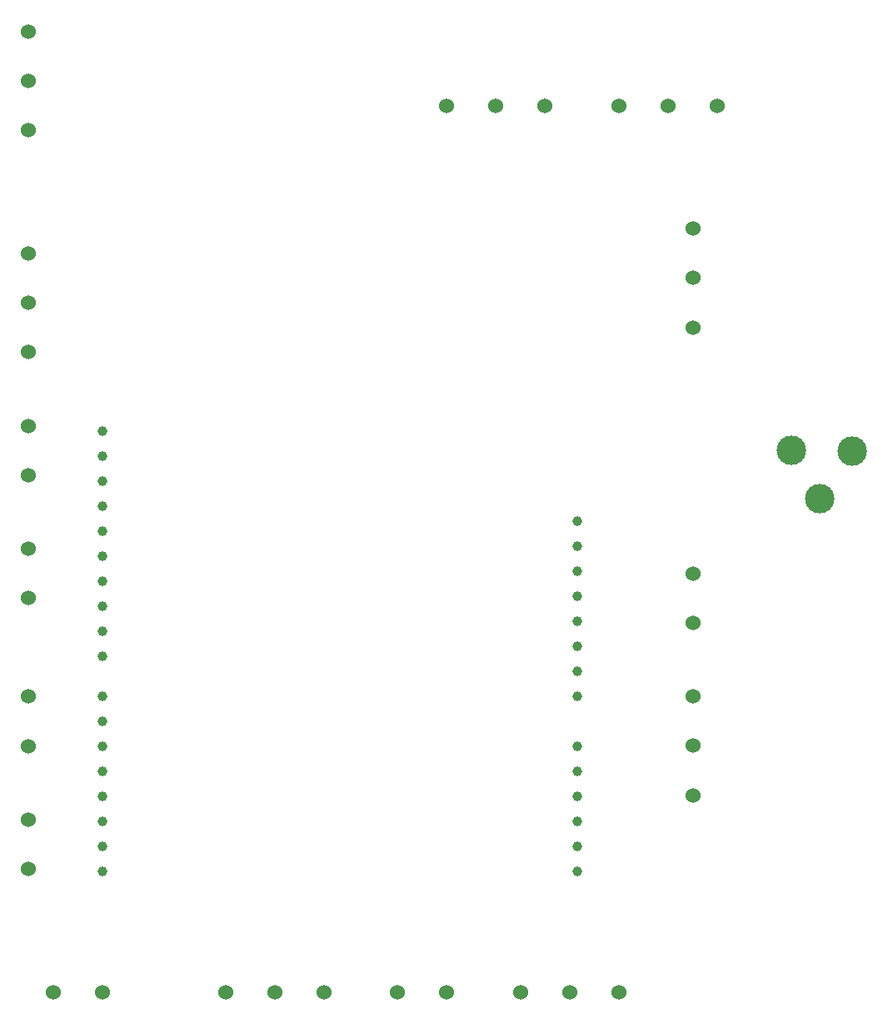
<source format=gbr>
G04 PROTEUS GERBER X2 FILE*
%TF.GenerationSoftware,Labcenter,Proteus,8.6-SP2-Build23525*%
%TF.CreationDate,2021-11-17T23:03:13+00:00*%
%TF.FileFunction,Plated,0,2,PTH*%
%TF.FilePolarity,Positive*%
%TF.Part,Single*%
%FSLAX45Y45*%
%MOMM*%
G01*
%TA.AperFunction,ComponentDrill*%
%ADD16C,1.000000*%
%TA.AperFunction,ComponentDrill*%
%ADD17C,1.524000*%
%TA.AperFunction,ComponentDrill*%
%ADD18C,3.000000*%
%TD.AperFunction*%
D16*
X-2674000Y+5016000D03*
X-2674000Y+4762000D03*
X-2674000Y+3492000D03*
X-2674000Y+3238000D03*
X-2674000Y+2984000D03*
X-2674000Y+2730000D03*
X-2674000Y+2476000D03*
X-2674000Y+2222000D03*
X-7500000Y+6184400D03*
X-7500000Y+2222000D03*
X-7500000Y+2476000D03*
X-7500000Y+2730000D03*
X-7500000Y+2984000D03*
X-7500000Y+3238000D03*
X-7500000Y+3492000D03*
X-7500000Y+3746000D03*
X-7500000Y+4000000D03*
X-7500000Y+4406400D03*
X-7500000Y+4660400D03*
X-7500000Y+4914400D03*
X-7500000Y+5168400D03*
X-7500000Y+5422400D03*
X-7500000Y+5676400D03*
X-2674000Y+4508000D03*
X-2674000Y+4254000D03*
X-7500000Y+5930400D03*
X-2674000Y+5778000D03*
X-2674000Y+5524000D03*
X-2674000Y+5270000D03*
X-7500000Y+6692400D03*
X-7500000Y+6438400D03*
X-2674000Y+4000000D03*
D17*
X-1500000Y+4750000D03*
X-1500000Y+5250380D03*
X-1500000Y+4000760D03*
X-1500000Y+3500380D03*
X-1500000Y+3000000D03*
X-2250000Y+1000000D03*
X-2750380Y+1000000D03*
X-3250760Y+1000000D03*
X-4000000Y+1000000D03*
X-4500380Y+1000000D03*
X-8250000Y+7500000D03*
X-8250000Y+8000380D03*
X-8250000Y+8500760D03*
X-8250000Y+6750000D03*
X-8250000Y+6249620D03*
X-8250000Y+5500000D03*
X-8250000Y+4999620D03*
X-8250000Y+4000000D03*
X-8250000Y+3499620D03*
X-8250000Y+2750000D03*
X-8250000Y+2249620D03*
X-8000380Y+1000000D03*
X-7500000Y+1000000D03*
X-1500000Y+8750760D03*
X-1500000Y+8250380D03*
X-1500000Y+7750000D03*
X-2250760Y+10000000D03*
X-1750380Y+10000000D03*
X-1250000Y+10000000D03*
X-4000760Y+10000000D03*
X-3500380Y+10000000D03*
X-3000000Y+10000000D03*
X-8250000Y+9750000D03*
X-8250000Y+10250380D03*
X-8250000Y+10750760D03*
D18*
X-500000Y+6500000D03*
X+118800Y+6491900D03*
X-211200Y+6011900D03*
D17*
X-6250760Y+1000000D03*
X-5750380Y+1000000D03*
X-5250000Y+1000000D03*
M02*

</source>
